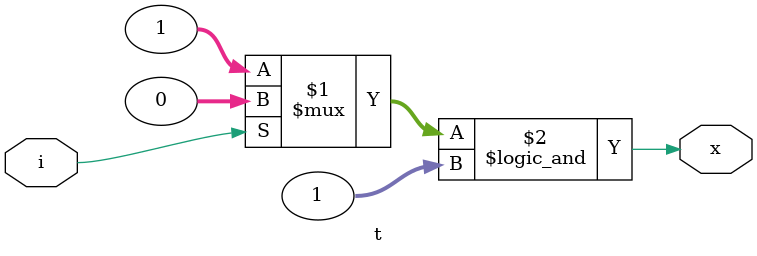
<source format=v>

module t(/*AUTOARG*/
   // Outputs
   x,
   // Inputs
   i
   );

   input i;
   output x;

   assign x = (i ? 0 : 1) && 1;

endmodule

</source>
